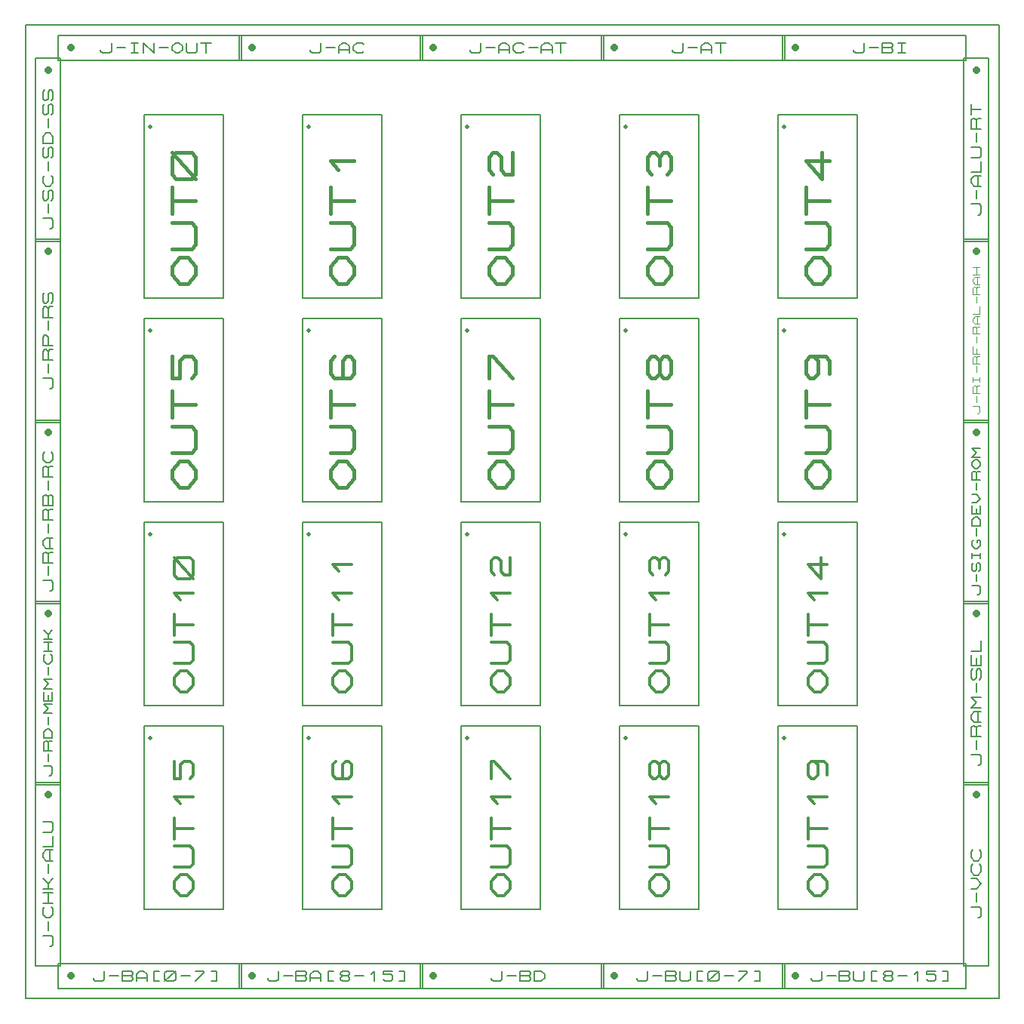
<source format=gbr>
G04 PROTEUS GERBER X2 FILE*
%TF.GenerationSoftware,Labcenter,Proteus,8.13-SP0-Build31525*%
%TF.CreationDate,2022-07-18T17:11:33+00:00*%
%TF.FileFunction,AssemblyDrawing,Top*%
%TF.FilePolarity,Positive*%
%TF.Part,Single*%
%TF.SameCoordinates,{576ea621-ad59-411c-95cb-525281b3a317}*%
%FSLAX45Y45*%
%MOMM*%
G01*
%TA.AperFunction,Profile*%
%ADD15C,0.203200*%
%TA.AperFunction,Material*%
%ADD16C,0.203200*%
%ADD20C,0.812800*%
%ADD21C,0.177800*%
%ADD22C,0.154510*%
%ADD23C,0.123610*%
%ADD24C,0.142630*%
%ADD25C,0.508000*%
%ADD26C,0.437300*%
%ADD27C,0.353270*%
%TD.AperFunction*%
D15*
X-5461000Y-5715000D02*
X+5461000Y-5715000D01*
X+5461000Y+5207000D01*
X-5461000Y+5207000D01*
X-5461000Y-5715000D01*
D16*
X-3058160Y+4815840D02*
X-1005840Y+4815840D01*
X-1005840Y+5090160D01*
X-3058160Y+5090160D01*
X-3058160Y+4815840D01*
D20*
X-2921000Y+4953000D02*
X-2921000Y+4953000D01*
D21*
X-2263140Y+4935220D02*
X-2263140Y+4917440D01*
X-2243138Y+4899660D01*
X-2163128Y+4899660D01*
X-2143125Y+4917440D01*
X-2143125Y+5006340D01*
X-2083118Y+4953000D02*
X-1983105Y+4953000D01*
X-1943100Y+4899660D02*
X-1943100Y+4970780D01*
X-1903095Y+5006340D01*
X-1863090Y+5006340D01*
X-1823085Y+4970780D01*
X-1823085Y+4899660D01*
X-1943100Y+4935220D02*
X-1823085Y+4935220D01*
X-1663065Y+4917440D02*
X-1683068Y+4899660D01*
X-1743075Y+4899660D01*
X-1783080Y+4935220D01*
X-1783080Y+4970780D01*
X-1743075Y+5006340D01*
X-1683068Y+5006340D01*
X-1663065Y+4988560D01*
D16*
X-1026160Y+4815840D02*
X+1026160Y+4815840D01*
X+1026160Y+5090160D01*
X-1026160Y+5090160D01*
X-1026160Y+4815840D01*
D20*
X-889000Y+4953000D02*
X-889000Y+4953000D01*
D21*
X-471170Y+4935220D02*
X-471170Y+4917440D01*
X-451168Y+4899660D01*
X-371158Y+4899660D01*
X-351155Y+4917440D01*
X-351155Y+5006340D01*
X-291148Y+4953000D02*
X-191135Y+4953000D01*
X-151130Y+4899660D02*
X-151130Y+4970780D01*
X-111125Y+5006340D01*
X-71120Y+5006340D01*
X-31115Y+4970780D01*
X-31115Y+4899660D01*
X-151130Y+4935220D02*
X-31115Y+4935220D01*
X+128905Y+4917440D02*
X+108902Y+4899660D01*
X+48895Y+4899660D01*
X+8890Y+4935220D01*
X+8890Y+4970780D01*
X+48895Y+5006340D01*
X+108902Y+5006340D01*
X+128905Y+4988560D01*
X+188912Y+4953000D02*
X+288925Y+4953000D01*
X+328930Y+4899660D02*
X+328930Y+4970780D01*
X+368935Y+5006340D01*
X+408940Y+5006340D01*
X+448945Y+4970780D01*
X+448945Y+4899660D01*
X+328930Y+4935220D02*
X+448945Y+4935220D01*
X+488950Y+5006340D02*
X+608965Y+5006340D01*
X+548957Y+5006340D02*
X+548957Y+4899660D01*
D16*
X+1005840Y+4815840D02*
X+3058160Y+4815840D01*
X+3058160Y+5090160D01*
X+1005840Y+5090160D01*
X+1005840Y+4815840D01*
D20*
X+1143000Y+4953000D02*
X+1143000Y+4953000D01*
D21*
X+1800860Y+4935220D02*
X+1800860Y+4917440D01*
X+1820862Y+4899660D01*
X+1900872Y+4899660D01*
X+1920875Y+4917440D01*
X+1920875Y+5006340D01*
X+1980882Y+4953000D02*
X+2080895Y+4953000D01*
X+2120900Y+4899660D02*
X+2120900Y+4970780D01*
X+2160905Y+5006340D01*
X+2200910Y+5006340D01*
X+2240915Y+4970780D01*
X+2240915Y+4899660D01*
X+2120900Y+4935220D02*
X+2240915Y+4935220D01*
X+2280920Y+5006340D02*
X+2400935Y+5006340D01*
X+2340927Y+5006340D02*
X+2340927Y+4899660D01*
D16*
X+3037840Y+4815840D02*
X+5090160Y+4815840D01*
X+5090160Y+5090160D01*
X+3037840Y+5090160D01*
X+3037840Y+4815840D01*
D20*
X+3175000Y+4953000D02*
X+3175000Y+4953000D01*
D21*
X+3832860Y+4935220D02*
X+3832860Y+4917440D01*
X+3852862Y+4899660D01*
X+3932872Y+4899660D01*
X+3952875Y+4917440D01*
X+3952875Y+5006340D01*
X+4012882Y+4953000D02*
X+4112895Y+4953000D01*
X+4152900Y+4899660D02*
X+4152900Y+5006340D01*
X+4252912Y+5006340D01*
X+4272915Y+4988560D01*
X+4272915Y+4970780D01*
X+4252912Y+4953000D01*
X+4272915Y+4935220D01*
X+4272915Y+4917440D01*
X+4252912Y+4899660D01*
X+4152900Y+4899660D01*
X+4152900Y+4953000D02*
X+4252912Y+4953000D01*
X+4332922Y+5006340D02*
X+4412932Y+5006340D01*
X+4372927Y+5006340D02*
X+4372927Y+4899660D01*
X+4332922Y+4899660D02*
X+4412932Y+4899660D01*
D16*
X-5090160Y+4815840D02*
X-3037840Y+4815840D01*
X-3037840Y+5090160D01*
X-5090160Y+5090160D01*
X-5090160Y+4815840D01*
D20*
X-4953000Y+4953000D02*
X-4953000Y+4953000D01*
D21*
X-4615180Y+4935220D02*
X-4615180Y+4917440D01*
X-4595178Y+4899660D01*
X-4515168Y+4899660D01*
X-4495165Y+4917440D01*
X-4495165Y+5006340D01*
X-4435158Y+4953000D02*
X-4335145Y+4953000D01*
X-4275138Y+5006340D02*
X-4195128Y+5006340D01*
X-4235133Y+5006340D02*
X-4235133Y+4899660D01*
X-4275138Y+4899660D02*
X-4195128Y+4899660D01*
X-4135120Y+4899660D02*
X-4135120Y+5006340D01*
X-4015105Y+4899660D01*
X-4015105Y+5006340D01*
X-3955098Y+4953000D02*
X-3855085Y+4953000D01*
X-3815080Y+4970780D02*
X-3775075Y+5006340D01*
X-3735070Y+5006340D01*
X-3695065Y+4970780D01*
X-3695065Y+4935220D01*
X-3735070Y+4899660D01*
X-3775075Y+4899660D01*
X-3815080Y+4935220D01*
X-3815080Y+4970780D01*
X-3655060Y+5006340D02*
X-3655060Y+4917440D01*
X-3635058Y+4899660D01*
X-3555048Y+4899660D01*
X-3535045Y+4917440D01*
X-3535045Y+5006340D01*
X-3495040Y+5006340D02*
X-3375025Y+5006340D01*
X-3435033Y+5006340D02*
X-3435033Y+4899660D01*
D16*
X-5090160Y-5598160D02*
X-3037840Y-5598160D01*
X-3037840Y-5323840D01*
X-5090160Y-5323840D01*
X-5090160Y-5598160D01*
D20*
X-4953000Y-5461000D02*
X-4953000Y-5461000D01*
D21*
X-4695190Y-5478780D02*
X-4695190Y-5496560D01*
X-4675188Y-5514340D01*
X-4595178Y-5514340D01*
X-4575175Y-5496560D01*
X-4575175Y-5407660D01*
X-4515168Y-5461000D02*
X-4415155Y-5461000D01*
X-4375150Y-5514340D02*
X-4375150Y-5407660D01*
X-4275138Y-5407660D01*
X-4255135Y-5425440D01*
X-4255135Y-5443220D01*
X-4275138Y-5461000D01*
X-4255135Y-5478780D01*
X-4255135Y-5496560D01*
X-4275138Y-5514340D01*
X-4375150Y-5514340D01*
X-4375150Y-5461000D02*
X-4275138Y-5461000D01*
X-4215130Y-5514340D02*
X-4215130Y-5443220D01*
X-4175125Y-5407660D01*
X-4135120Y-5407660D01*
X-4095115Y-5443220D01*
X-4095115Y-5514340D01*
X-4215130Y-5478780D02*
X-4095115Y-5478780D01*
X-3955098Y-5407660D02*
X-4015105Y-5407660D01*
X-4015105Y-5514340D01*
X-3955098Y-5514340D01*
X-3895090Y-5496560D02*
X-3895090Y-5425440D01*
X-3875088Y-5407660D01*
X-3795078Y-5407660D01*
X-3775075Y-5425440D01*
X-3775075Y-5496560D01*
X-3795078Y-5514340D01*
X-3875088Y-5514340D01*
X-3895090Y-5496560D01*
X-3895090Y-5514340D02*
X-3775075Y-5407660D01*
X-3715068Y-5461000D02*
X-3615055Y-5461000D01*
X-3555048Y-5407660D02*
X-3455035Y-5407660D01*
X-3455035Y-5425440D01*
X-3555048Y-5514340D01*
X-3375025Y-5407660D02*
X-3315018Y-5407660D01*
X-3315018Y-5514340D01*
X-3375025Y-5514340D01*
D16*
X-3058160Y-5598160D02*
X-1005840Y-5598160D01*
X-1005840Y-5323840D01*
X-3058160Y-5323840D01*
X-3058160Y-5598160D01*
D20*
X-2921000Y-5461000D02*
X-2921000Y-5461000D01*
D21*
X-2743200Y-5478780D02*
X-2743200Y-5496560D01*
X-2723198Y-5514340D01*
X-2643188Y-5514340D01*
X-2623185Y-5496560D01*
X-2623185Y-5407660D01*
X-2563178Y-5461000D02*
X-2463165Y-5461000D01*
X-2423160Y-5514340D02*
X-2423160Y-5407660D01*
X-2323148Y-5407660D01*
X-2303145Y-5425440D01*
X-2303145Y-5443220D01*
X-2323148Y-5461000D01*
X-2303145Y-5478780D01*
X-2303145Y-5496560D01*
X-2323148Y-5514340D01*
X-2423160Y-5514340D01*
X-2423160Y-5461000D02*
X-2323148Y-5461000D01*
X-2263140Y-5514340D02*
X-2263140Y-5443220D01*
X-2223135Y-5407660D01*
X-2183130Y-5407660D01*
X-2143125Y-5443220D01*
X-2143125Y-5514340D01*
X-2263140Y-5478780D02*
X-2143125Y-5478780D01*
X-2003108Y-5407660D02*
X-2063115Y-5407660D01*
X-2063115Y-5514340D01*
X-2003108Y-5514340D01*
X-1903095Y-5461000D02*
X-1923098Y-5443220D01*
X-1923098Y-5425440D01*
X-1903095Y-5407660D01*
X-1843088Y-5407660D01*
X-1823085Y-5425440D01*
X-1823085Y-5443220D01*
X-1843088Y-5461000D01*
X-1903095Y-5461000D01*
X-1923098Y-5478780D01*
X-1923098Y-5496560D01*
X-1903095Y-5514340D01*
X-1843088Y-5514340D01*
X-1823085Y-5496560D01*
X-1823085Y-5478780D01*
X-1843088Y-5461000D01*
X-1763078Y-5461000D02*
X-1663065Y-5461000D01*
X-1583055Y-5443220D02*
X-1543050Y-5407660D01*
X-1543050Y-5514340D01*
X-1343025Y-5407660D02*
X-1443038Y-5407660D01*
X-1443038Y-5443220D01*
X-1363028Y-5443220D01*
X-1343025Y-5461000D01*
X-1343025Y-5496560D01*
X-1363028Y-5514340D01*
X-1423035Y-5514340D01*
X-1443038Y-5496560D01*
X-1263015Y-5407660D02*
X-1203008Y-5407660D01*
X-1203008Y-5514340D01*
X-1263015Y-5514340D01*
D16*
X-1026160Y-5598160D02*
X+1026160Y-5598160D01*
X+1026160Y-5323840D01*
X-1026160Y-5323840D01*
X-1026160Y-5598160D01*
D20*
X-889000Y-5461000D02*
X-889000Y-5461000D01*
D21*
X-231140Y-5478780D02*
X-231140Y-5496560D01*
X-211138Y-5514340D01*
X-131128Y-5514340D01*
X-111125Y-5496560D01*
X-111125Y-5407660D01*
X-51118Y-5461000D02*
X+48895Y-5461000D01*
X+88900Y-5514340D02*
X+88900Y-5407660D01*
X+188912Y-5407660D01*
X+208915Y-5425440D01*
X+208915Y-5443220D01*
X+188912Y-5461000D01*
X+208915Y-5478780D01*
X+208915Y-5496560D01*
X+188912Y-5514340D01*
X+88900Y-5514340D01*
X+88900Y-5461000D02*
X+188912Y-5461000D01*
X+248920Y-5514340D02*
X+248920Y-5407660D01*
X+328930Y-5407660D01*
X+368935Y-5443220D01*
X+368935Y-5478780D01*
X+328930Y-5514340D01*
X+248920Y-5514340D01*
D16*
X+1005840Y-5598160D02*
X+3058160Y-5598160D01*
X+3058160Y-5323840D01*
X+1005840Y-5323840D01*
X+1005840Y-5598160D01*
D20*
X+1143000Y-5461000D02*
X+1143000Y-5461000D01*
D21*
X+1400810Y-5478780D02*
X+1400810Y-5496560D01*
X+1420812Y-5514340D01*
X+1500822Y-5514340D01*
X+1520825Y-5496560D01*
X+1520825Y-5407660D01*
X+1580832Y-5461000D02*
X+1680845Y-5461000D01*
X+1720850Y-5514340D02*
X+1720850Y-5407660D01*
X+1820862Y-5407660D01*
X+1840865Y-5425440D01*
X+1840865Y-5443220D01*
X+1820862Y-5461000D01*
X+1840865Y-5478780D01*
X+1840865Y-5496560D01*
X+1820862Y-5514340D01*
X+1720850Y-5514340D01*
X+1720850Y-5461000D02*
X+1820862Y-5461000D01*
X+1880870Y-5407660D02*
X+1880870Y-5496560D01*
X+1900872Y-5514340D01*
X+1980882Y-5514340D01*
X+2000885Y-5496560D01*
X+2000885Y-5407660D01*
X+2140902Y-5407660D02*
X+2080895Y-5407660D01*
X+2080895Y-5514340D01*
X+2140902Y-5514340D01*
X+2200910Y-5496560D02*
X+2200910Y-5425440D01*
X+2220912Y-5407660D01*
X+2300922Y-5407660D01*
X+2320925Y-5425440D01*
X+2320925Y-5496560D01*
X+2300922Y-5514340D01*
X+2220912Y-5514340D01*
X+2200910Y-5496560D01*
X+2200910Y-5514340D02*
X+2320925Y-5407660D01*
X+2380932Y-5461000D02*
X+2480945Y-5461000D01*
X+2540952Y-5407660D02*
X+2640965Y-5407660D01*
X+2640965Y-5425440D01*
X+2540952Y-5514340D01*
X+2720975Y-5407660D02*
X+2780982Y-5407660D01*
X+2780982Y-5514340D01*
X+2720975Y-5514340D01*
D16*
X+3037840Y-5598160D02*
X+5090160Y-5598160D01*
X+5090160Y-5323840D01*
X+3037840Y-5323840D01*
X+3037840Y-5598160D01*
D20*
X+3175000Y-5461000D02*
X+3175000Y-5461000D01*
D21*
X+3352800Y-5478780D02*
X+3352800Y-5496560D01*
X+3372802Y-5514340D01*
X+3452812Y-5514340D01*
X+3472815Y-5496560D01*
X+3472815Y-5407660D01*
X+3532822Y-5461000D02*
X+3632835Y-5461000D01*
X+3672840Y-5514340D02*
X+3672840Y-5407660D01*
X+3772852Y-5407660D01*
X+3792855Y-5425440D01*
X+3792855Y-5443220D01*
X+3772852Y-5461000D01*
X+3792855Y-5478780D01*
X+3792855Y-5496560D01*
X+3772852Y-5514340D01*
X+3672840Y-5514340D01*
X+3672840Y-5461000D02*
X+3772852Y-5461000D01*
X+3832860Y-5407660D02*
X+3832860Y-5496560D01*
X+3852862Y-5514340D01*
X+3932872Y-5514340D01*
X+3952875Y-5496560D01*
X+3952875Y-5407660D01*
X+4092892Y-5407660D02*
X+4032885Y-5407660D01*
X+4032885Y-5514340D01*
X+4092892Y-5514340D01*
X+4192905Y-5461000D02*
X+4172902Y-5443220D01*
X+4172902Y-5425440D01*
X+4192905Y-5407660D01*
X+4252912Y-5407660D01*
X+4272915Y-5425440D01*
X+4272915Y-5443220D01*
X+4252912Y-5461000D01*
X+4192905Y-5461000D01*
X+4172902Y-5478780D01*
X+4172902Y-5496560D01*
X+4192905Y-5514340D01*
X+4252912Y-5514340D01*
X+4272915Y-5496560D01*
X+4272915Y-5478780D01*
X+4252912Y-5461000D01*
X+4332922Y-5461000D02*
X+4432935Y-5461000D01*
X+4512945Y-5443220D02*
X+4552950Y-5407660D01*
X+4552950Y-5514340D01*
X+4752975Y-5407660D02*
X+4652962Y-5407660D01*
X+4652962Y-5443220D01*
X+4732972Y-5443220D01*
X+4752975Y-5461000D01*
X+4752975Y-5496560D01*
X+4732972Y-5514340D01*
X+4672965Y-5514340D01*
X+4652962Y-5496560D01*
X+4832985Y-5407660D02*
X+4892992Y-5407660D01*
X+4892992Y-5514340D01*
X+4832985Y-5514340D01*
D16*
X-5344160Y+2783840D02*
X-5069840Y+2783840D01*
X-5069840Y+4836160D01*
X-5344160Y+4836160D01*
X-5344160Y+2783840D01*
D20*
X-5207000Y+4699000D02*
X-5207000Y+4699000D01*
D21*
X-5189220Y+2921000D02*
X-5171440Y+2921000D01*
X-5153660Y+2941002D01*
X-5153660Y+3021012D01*
X-5171440Y+3041015D01*
X-5260340Y+3041015D01*
X-5207000Y+3101022D02*
X-5207000Y+3201035D01*
X-5171440Y+3241040D02*
X-5153660Y+3261042D01*
X-5153660Y+3341052D01*
X-5171440Y+3361055D01*
X-5189220Y+3361055D01*
X-5207000Y+3341052D01*
X-5207000Y+3261042D01*
X-5224780Y+3241040D01*
X-5242560Y+3241040D01*
X-5260340Y+3261042D01*
X-5260340Y+3341052D01*
X-5242560Y+3361055D01*
X-5171440Y+3521075D02*
X-5153660Y+3501072D01*
X-5153660Y+3441065D01*
X-5189220Y+3401060D01*
X-5224780Y+3401060D01*
X-5260340Y+3441065D01*
X-5260340Y+3501072D01*
X-5242560Y+3521075D01*
X-5207000Y+3581082D02*
X-5207000Y+3681095D01*
X-5171440Y+3721100D02*
X-5153660Y+3741102D01*
X-5153660Y+3821112D01*
X-5171440Y+3841115D01*
X-5189220Y+3841115D01*
X-5207000Y+3821112D01*
X-5207000Y+3741102D01*
X-5224780Y+3721100D01*
X-5242560Y+3721100D01*
X-5260340Y+3741102D01*
X-5260340Y+3821112D01*
X-5242560Y+3841115D01*
X-5153660Y+3881120D02*
X-5260340Y+3881120D01*
X-5260340Y+3961130D01*
X-5224780Y+4001135D01*
X-5189220Y+4001135D01*
X-5153660Y+3961130D01*
X-5153660Y+3881120D01*
X-5207000Y+4061142D02*
X-5207000Y+4161155D01*
X-5171440Y+4201160D02*
X-5153660Y+4221162D01*
X-5153660Y+4301172D01*
X-5171440Y+4321175D01*
X-5189220Y+4321175D01*
X-5207000Y+4301172D01*
X-5207000Y+4221162D01*
X-5224780Y+4201160D01*
X-5242560Y+4201160D01*
X-5260340Y+4221162D01*
X-5260340Y+4301172D01*
X-5242560Y+4321175D01*
X-5171440Y+4361180D02*
X-5153660Y+4381182D01*
X-5153660Y+4461192D01*
X-5171440Y+4481195D01*
X-5189220Y+4481195D01*
X-5207000Y+4461192D01*
X-5207000Y+4381182D01*
X-5224780Y+4361180D01*
X-5242560Y+4361180D01*
X-5260340Y+4381182D01*
X-5260340Y+4461192D01*
X-5242560Y+4481195D01*
D16*
X-5344160Y+751840D02*
X-5069840Y+751840D01*
X-5069840Y+2804160D01*
X-5344160Y+2804160D01*
X-5344160Y+751840D01*
D20*
X-5207000Y+2667000D02*
X-5207000Y+2667000D01*
D21*
X-5189220Y+1129030D02*
X-5171440Y+1129030D01*
X-5153660Y+1149032D01*
X-5153660Y+1229042D01*
X-5171440Y+1249045D01*
X-5260340Y+1249045D01*
X-5207000Y+1309052D02*
X-5207000Y+1409065D01*
X-5153660Y+1449070D02*
X-5260340Y+1449070D01*
X-5260340Y+1549082D01*
X-5242560Y+1569085D01*
X-5224780Y+1569085D01*
X-5207000Y+1549082D01*
X-5207000Y+1449070D01*
X-5207000Y+1549082D02*
X-5189220Y+1569085D01*
X-5153660Y+1569085D01*
X-5153660Y+1609090D02*
X-5260340Y+1609090D01*
X-5260340Y+1709102D01*
X-5242560Y+1729105D01*
X-5224780Y+1729105D01*
X-5207000Y+1709102D01*
X-5207000Y+1609090D01*
X-5207000Y+1789112D02*
X-5207000Y+1889125D01*
X-5153660Y+1929130D02*
X-5260340Y+1929130D01*
X-5260340Y+2029142D01*
X-5242560Y+2049145D01*
X-5224780Y+2049145D01*
X-5207000Y+2029142D01*
X-5207000Y+1929130D01*
X-5207000Y+2029142D02*
X-5189220Y+2049145D01*
X-5153660Y+2049145D01*
X-5171440Y+2089150D02*
X-5153660Y+2109152D01*
X-5153660Y+2189162D01*
X-5171440Y+2209165D01*
X-5189220Y+2209165D01*
X-5207000Y+2189162D01*
X-5207000Y+2109152D01*
X-5224780Y+2089150D01*
X-5242560Y+2089150D01*
X-5260340Y+2109152D01*
X-5260340Y+2189162D01*
X-5242560Y+2209165D01*
D16*
X-5344160Y-1280160D02*
X-5069840Y-1280160D01*
X-5069840Y+772160D01*
X-5344160Y+772160D01*
X-5344160Y-1280160D01*
D20*
X-5207000Y+635000D02*
X-5207000Y+635000D01*
D21*
X-5189220Y-1143000D02*
X-5171440Y-1143000D01*
X-5153660Y-1122998D01*
X-5153660Y-1042988D01*
X-5171440Y-1022985D01*
X-5260340Y-1022985D01*
X-5207000Y-962978D02*
X-5207000Y-862965D01*
X-5153660Y-822960D02*
X-5260340Y-822960D01*
X-5260340Y-722948D01*
X-5242560Y-702945D01*
X-5224780Y-702945D01*
X-5207000Y-722948D01*
X-5207000Y-822960D01*
X-5207000Y-722948D02*
X-5189220Y-702945D01*
X-5153660Y-702945D01*
X-5153660Y-662940D02*
X-5224780Y-662940D01*
X-5260340Y-622935D01*
X-5260340Y-582930D01*
X-5224780Y-542925D01*
X-5153660Y-542925D01*
X-5189220Y-662940D02*
X-5189220Y-542925D01*
X-5207000Y-482918D02*
X-5207000Y-382905D01*
X-5153660Y-342900D02*
X-5260340Y-342900D01*
X-5260340Y-242888D01*
X-5242560Y-222885D01*
X-5224780Y-222885D01*
X-5207000Y-242888D01*
X-5207000Y-342900D01*
X-5207000Y-242888D02*
X-5189220Y-222885D01*
X-5153660Y-222885D01*
X-5153660Y-182880D02*
X-5260340Y-182880D01*
X-5260340Y-82868D01*
X-5242560Y-62865D01*
X-5224780Y-62865D01*
X-5207000Y-82868D01*
X-5189220Y-62865D01*
X-5171440Y-62865D01*
X-5153660Y-82868D01*
X-5153660Y-182880D01*
X-5207000Y-182880D02*
X-5207000Y-82868D01*
X-5207000Y-2858D02*
X-5207000Y+97155D01*
X-5153660Y+137160D02*
X-5260340Y+137160D01*
X-5260340Y+237172D01*
X-5242560Y+257175D01*
X-5224780Y+257175D01*
X-5207000Y+237172D01*
X-5207000Y+137160D01*
X-5207000Y+237172D02*
X-5189220Y+257175D01*
X-5153660Y+257175D01*
X-5171440Y+417195D02*
X-5153660Y+397192D01*
X-5153660Y+337185D01*
X-5189220Y+297180D01*
X-5224780Y+297180D01*
X-5260340Y+337185D01*
X-5260340Y+397192D01*
X-5242560Y+417195D01*
D16*
X-5344160Y-3312160D02*
X-5069840Y-3312160D01*
X-5069840Y-1259840D01*
X-5344160Y-1259840D01*
X-5344160Y-3312160D01*
D20*
X-5207000Y-1397000D02*
X-5207000Y-1397000D01*
D22*
X-5191548Y-3209284D02*
X-5176096Y-3209284D01*
X-5160645Y-3191901D01*
X-5160645Y-3122369D01*
X-5176096Y-3104986D01*
X-5253354Y-3104986D01*
X-5207000Y-3052837D02*
X-5207000Y-2965922D01*
X-5160645Y-2931156D02*
X-5253354Y-2931156D01*
X-5253354Y-2844241D01*
X-5237903Y-2826858D01*
X-5222451Y-2826858D01*
X-5207000Y-2844241D01*
X-5207000Y-2931156D01*
X-5207000Y-2844241D02*
X-5191548Y-2826858D01*
X-5160645Y-2826858D01*
X-5160645Y-2792092D02*
X-5253354Y-2792092D01*
X-5253354Y-2722560D01*
X-5222451Y-2687794D01*
X-5191548Y-2687794D01*
X-5160645Y-2722560D01*
X-5160645Y-2792092D01*
X-5207000Y-2635645D02*
X-5207000Y-2548730D01*
X-5160645Y-2513964D02*
X-5253354Y-2513964D01*
X-5207000Y-2461815D01*
X-5253354Y-2409666D01*
X-5160645Y-2409666D01*
X-5160645Y-2270602D02*
X-5160645Y-2374900D01*
X-5253354Y-2374900D01*
X-5253354Y-2270602D01*
X-5207000Y-2374900D02*
X-5207000Y-2305368D01*
X-5160645Y-2235836D02*
X-5253354Y-2235836D01*
X-5207000Y-2183687D01*
X-5253354Y-2131538D01*
X-5160645Y-2131538D01*
X-5207000Y-2079389D02*
X-5207000Y-1992474D01*
X-5176096Y-1853410D02*
X-5160645Y-1870793D01*
X-5160645Y-1922942D01*
X-5191548Y-1957708D01*
X-5222451Y-1957708D01*
X-5253354Y-1922942D01*
X-5253354Y-1870793D01*
X-5237903Y-1853410D01*
X-5160645Y-1818644D02*
X-5253354Y-1818644D01*
X-5253354Y-1714346D02*
X-5160645Y-1714346D01*
X-5207000Y-1818644D02*
X-5207000Y-1714346D01*
X-5253354Y-1679580D02*
X-5160645Y-1679580D01*
X-5253354Y-1575282D02*
X-5207000Y-1627431D01*
X-5160645Y-1575282D01*
X-5207000Y-1679580D02*
X-5207000Y-1627431D01*
D16*
X-5344160Y-5344160D02*
X-5069840Y-5344160D01*
X-5069840Y-3291840D01*
X-5344160Y-3291840D01*
X-5344160Y-5344160D01*
D20*
X-5207000Y-3429000D02*
X-5207000Y-3429000D01*
D21*
X-5189220Y-5126990D02*
X-5171440Y-5126990D01*
X-5153660Y-5106988D01*
X-5153660Y-5026978D01*
X-5171440Y-5006975D01*
X-5260340Y-5006975D01*
X-5207000Y-4946968D02*
X-5207000Y-4846955D01*
X-5171440Y-4686935D02*
X-5153660Y-4706938D01*
X-5153660Y-4766945D01*
X-5189220Y-4806950D01*
X-5224780Y-4806950D01*
X-5260340Y-4766945D01*
X-5260340Y-4706938D01*
X-5242560Y-4686935D01*
X-5153660Y-4646930D02*
X-5260340Y-4646930D01*
X-5260340Y-4526915D02*
X-5153660Y-4526915D01*
X-5207000Y-4646930D02*
X-5207000Y-4526915D01*
X-5260340Y-4486910D02*
X-5153660Y-4486910D01*
X-5260340Y-4366895D02*
X-5207000Y-4426903D01*
X-5153660Y-4366895D01*
X-5207000Y-4486910D02*
X-5207000Y-4426903D01*
X-5207000Y-4306888D02*
X-5207000Y-4206875D01*
X-5153660Y-4166870D02*
X-5224780Y-4166870D01*
X-5260340Y-4126865D01*
X-5260340Y-4086860D01*
X-5224780Y-4046855D01*
X-5153660Y-4046855D01*
X-5189220Y-4166870D02*
X-5189220Y-4046855D01*
X-5260340Y-4006850D02*
X-5153660Y-4006850D01*
X-5153660Y-3886835D01*
X-5260340Y-3846830D02*
X-5171440Y-3846830D01*
X-5153660Y-3826828D01*
X-5153660Y-3746818D01*
X-5171440Y-3726815D01*
X-5260340Y-3726815D01*
D16*
X+5069840Y+2783840D02*
X+5344160Y+2783840D01*
X+5344160Y+4836160D01*
X+5069840Y+4836160D01*
X+5069840Y+2783840D01*
D20*
X+5207000Y+4699000D02*
X+5207000Y+4699000D01*
D21*
X+5224780Y+3081020D02*
X+5242560Y+3081020D01*
X+5260340Y+3101022D01*
X+5260340Y+3181032D01*
X+5242560Y+3201035D01*
X+5153660Y+3201035D01*
X+5207000Y+3261042D02*
X+5207000Y+3361055D01*
X+5260340Y+3401060D02*
X+5189220Y+3401060D01*
X+5153660Y+3441065D01*
X+5153660Y+3481070D01*
X+5189220Y+3521075D01*
X+5260340Y+3521075D01*
X+5224780Y+3401060D02*
X+5224780Y+3521075D01*
X+5153660Y+3561080D02*
X+5260340Y+3561080D01*
X+5260340Y+3681095D01*
X+5153660Y+3721100D02*
X+5242560Y+3721100D01*
X+5260340Y+3741102D01*
X+5260340Y+3821112D01*
X+5242560Y+3841115D01*
X+5153660Y+3841115D01*
X+5207000Y+3901122D02*
X+5207000Y+4001135D01*
X+5260340Y+4041140D02*
X+5153660Y+4041140D01*
X+5153660Y+4141152D01*
X+5171440Y+4161155D01*
X+5189220Y+4161155D01*
X+5207000Y+4141152D01*
X+5207000Y+4041140D01*
X+5207000Y+4141152D02*
X+5224780Y+4161155D01*
X+5260340Y+4161155D01*
X+5153660Y+4201160D02*
X+5153660Y+4321175D01*
X+5153660Y+4261167D02*
X+5260340Y+4261167D01*
D16*
X+5069840Y+751840D02*
X+5344160Y+751840D01*
X+5344160Y+2804160D01*
X+5069840Y+2804160D01*
X+5069840Y+751840D01*
D20*
X+5207000Y+2667000D02*
X+5207000Y+2667000D01*
D23*
X+5219361Y+854718D02*
X+5231723Y+854718D01*
X+5244084Y+868624D01*
X+5244084Y+924249D01*
X+5231723Y+938156D01*
X+5169916Y+938156D01*
X+5207000Y+979875D02*
X+5207000Y+1049407D01*
X+5244084Y+1077220D02*
X+5169916Y+1077220D01*
X+5169916Y+1146751D01*
X+5182277Y+1160658D01*
X+5194639Y+1160658D01*
X+5207000Y+1146751D01*
X+5207000Y+1077220D01*
X+5207000Y+1146751D02*
X+5219361Y+1160658D01*
X+5244084Y+1160658D01*
X+5169916Y+1202377D02*
X+5169916Y+1258002D01*
X+5169916Y+1230190D02*
X+5244084Y+1230190D01*
X+5244084Y+1202377D02*
X+5244084Y+1258002D01*
X+5207000Y+1313628D02*
X+5207000Y+1383160D01*
X+5244084Y+1410973D02*
X+5169916Y+1410973D01*
X+5169916Y+1480504D01*
X+5182277Y+1494411D01*
X+5194639Y+1494411D01*
X+5207000Y+1480504D01*
X+5207000Y+1410973D01*
X+5207000Y+1480504D02*
X+5219361Y+1494411D01*
X+5244084Y+1494411D01*
X+5244084Y+1522224D02*
X+5169916Y+1522224D01*
X+5169916Y+1605662D01*
X+5207000Y+1522224D02*
X+5207000Y+1577849D01*
X+5207000Y+1647381D02*
X+5207000Y+1716913D01*
X+5244084Y+1744726D02*
X+5169916Y+1744726D01*
X+5169916Y+1814257D01*
X+5182277Y+1828164D01*
X+5194639Y+1828164D01*
X+5207000Y+1814257D01*
X+5207000Y+1744726D01*
X+5207000Y+1814257D02*
X+5219361Y+1828164D01*
X+5244084Y+1828164D01*
X+5244084Y+1855977D02*
X+5194639Y+1855977D01*
X+5169916Y+1883789D01*
X+5169916Y+1911602D01*
X+5194639Y+1939415D01*
X+5244084Y+1939415D01*
X+5219361Y+1855977D02*
X+5219361Y+1939415D01*
X+5169916Y+1967228D02*
X+5244084Y+1967228D01*
X+5244084Y+2050666D01*
X+5207000Y+2092385D02*
X+5207000Y+2161917D01*
X+5244084Y+2189730D02*
X+5169916Y+2189730D01*
X+5169916Y+2259261D01*
X+5182277Y+2273168D01*
X+5194639Y+2273168D01*
X+5207000Y+2259261D01*
X+5207000Y+2189730D01*
X+5207000Y+2259261D02*
X+5219361Y+2273168D01*
X+5244084Y+2273168D01*
X+5244084Y+2300981D02*
X+5194639Y+2300981D01*
X+5169916Y+2328793D01*
X+5169916Y+2356606D01*
X+5194639Y+2384419D01*
X+5244084Y+2384419D01*
X+5219361Y+2300981D02*
X+5219361Y+2384419D01*
X+5244084Y+2412232D02*
X+5169916Y+2412232D01*
X+5169916Y+2495670D02*
X+5244084Y+2495670D01*
X+5207000Y+2412232D02*
X+5207000Y+2495670D01*
D16*
X+5069840Y-1280160D02*
X+5344160Y-1280160D01*
X+5344160Y+772160D01*
X+5069840Y+772160D01*
X+5069840Y-1280160D01*
D20*
X+5207000Y+635000D02*
X+5207000Y+635000D01*
D24*
X+5221263Y-1177285D02*
X+5235526Y-1177285D01*
X+5249789Y-1161240D01*
X+5249789Y-1097056D01*
X+5235526Y-1081010D01*
X+5164211Y-1081010D01*
X+5207000Y-1032873D02*
X+5207000Y-952643D01*
X+5235526Y-920551D02*
X+5249789Y-904506D01*
X+5249789Y-840322D01*
X+5235526Y-824276D01*
X+5221263Y-824276D01*
X+5207000Y-840322D01*
X+5207000Y-904506D01*
X+5192737Y-920551D01*
X+5178474Y-920551D01*
X+5164211Y-904506D01*
X+5164211Y-840322D01*
X+5178474Y-824276D01*
X+5164211Y-776139D02*
X+5164211Y-711955D01*
X+5164211Y-744047D02*
X+5249789Y-744047D01*
X+5249789Y-776139D02*
X+5249789Y-711955D01*
X+5221263Y-599634D02*
X+5221263Y-567542D01*
X+5249789Y-567542D01*
X+5249789Y-631726D01*
X+5221263Y-663817D01*
X+5192737Y-663817D01*
X+5164211Y-631726D01*
X+5164211Y-583588D01*
X+5178474Y-567542D01*
X+5207000Y-519405D02*
X+5207000Y-439175D01*
X+5249789Y-407083D02*
X+5164211Y-407083D01*
X+5164211Y-342900D01*
X+5192737Y-310808D01*
X+5221263Y-310808D01*
X+5249789Y-342900D01*
X+5249789Y-407083D01*
X+5249789Y-182441D02*
X+5249789Y-278716D01*
X+5164211Y-278716D01*
X+5164211Y-182441D01*
X+5207000Y-278716D02*
X+5207000Y-214533D01*
X+5164211Y-150349D02*
X+5207000Y-150349D01*
X+5249789Y-102212D01*
X+5207000Y-54074D01*
X+5164211Y-54074D01*
X+5207000Y-5937D02*
X+5207000Y+74293D01*
X+5249789Y+106385D02*
X+5164211Y+106385D01*
X+5164211Y+186614D01*
X+5178474Y+202660D01*
X+5192737Y+202660D01*
X+5207000Y+186614D01*
X+5207000Y+106385D01*
X+5207000Y+186614D02*
X+5221263Y+202660D01*
X+5249789Y+202660D01*
X+5192737Y+234752D02*
X+5164211Y+266843D01*
X+5164211Y+298935D01*
X+5192737Y+331027D01*
X+5221263Y+331027D01*
X+5249789Y+298935D01*
X+5249789Y+266843D01*
X+5221263Y+234752D01*
X+5192737Y+234752D01*
X+5249789Y+363119D02*
X+5164211Y+363119D01*
X+5207000Y+411256D01*
X+5164211Y+459394D01*
X+5249789Y+459394D01*
D16*
X+5069840Y-3312160D02*
X+5344160Y-3312160D01*
X+5344160Y-1259840D01*
X+5069840Y-1259840D01*
X+5069840Y-3312160D01*
D20*
X+5207000Y-1397000D02*
X+5207000Y-1397000D01*
D21*
X+5224780Y-3094990D02*
X+5242560Y-3094990D01*
X+5260340Y-3074988D01*
X+5260340Y-2994978D01*
X+5242560Y-2974975D01*
X+5153660Y-2974975D01*
X+5207000Y-2914968D02*
X+5207000Y-2814955D01*
X+5260340Y-2774950D02*
X+5153660Y-2774950D01*
X+5153660Y-2674938D01*
X+5171440Y-2654935D01*
X+5189220Y-2654935D01*
X+5207000Y-2674938D01*
X+5207000Y-2774950D01*
X+5207000Y-2674938D02*
X+5224780Y-2654935D01*
X+5260340Y-2654935D01*
X+5260340Y-2614930D02*
X+5189220Y-2614930D01*
X+5153660Y-2574925D01*
X+5153660Y-2534920D01*
X+5189220Y-2494915D01*
X+5260340Y-2494915D01*
X+5224780Y-2614930D02*
X+5224780Y-2494915D01*
X+5260340Y-2454910D02*
X+5153660Y-2454910D01*
X+5207000Y-2394903D01*
X+5153660Y-2334895D01*
X+5260340Y-2334895D01*
X+5207000Y-2274888D02*
X+5207000Y-2174875D01*
X+5242560Y-2134870D02*
X+5260340Y-2114868D01*
X+5260340Y-2034858D01*
X+5242560Y-2014855D01*
X+5224780Y-2014855D01*
X+5207000Y-2034858D01*
X+5207000Y-2114868D01*
X+5189220Y-2134870D01*
X+5171440Y-2134870D01*
X+5153660Y-2114868D01*
X+5153660Y-2034858D01*
X+5171440Y-2014855D01*
X+5260340Y-1854835D02*
X+5260340Y-1974850D01*
X+5153660Y-1974850D01*
X+5153660Y-1854835D01*
X+5207000Y-1974850D02*
X+5207000Y-1894840D01*
X+5153660Y-1814830D02*
X+5260340Y-1814830D01*
X+5260340Y-1694815D01*
D16*
X+5069840Y-5344160D02*
X+5344160Y-5344160D01*
X+5344160Y-3291840D01*
X+5069840Y-3291840D01*
X+5069840Y-5344160D01*
D20*
X+5207000Y-3429000D02*
X+5207000Y-3429000D01*
D21*
X+5224780Y-4806950D02*
X+5242560Y-4806950D01*
X+5260340Y-4786948D01*
X+5260340Y-4706938D01*
X+5242560Y-4686935D01*
X+5153660Y-4686935D01*
X+5207000Y-4626928D02*
X+5207000Y-4526915D01*
X+5153660Y-4486910D02*
X+5207000Y-4486910D01*
X+5260340Y-4426903D01*
X+5207000Y-4366895D01*
X+5153660Y-4366895D01*
X+5242560Y-4206875D02*
X+5260340Y-4226878D01*
X+5260340Y-4286885D01*
X+5224780Y-4326890D01*
X+5189220Y-4326890D01*
X+5153660Y-4286885D01*
X+5153660Y-4226878D01*
X+5171440Y-4206875D01*
X+5242560Y-4046855D02*
X+5260340Y-4066858D01*
X+5260340Y-4126865D01*
X+5224780Y-4166870D01*
X+5189220Y-4166870D01*
X+5153660Y-4126865D01*
X+5153660Y-4066858D01*
X+5171440Y-4046855D01*
D16*
X-4127500Y+2148840D02*
X-3238500Y+2148840D01*
X-3238500Y+4201160D01*
X-4127500Y+4201160D01*
X-4127500Y+2148840D01*
D25*
X-4064000Y+4064000D02*
X-4064000Y+4064000D01*
D26*
X-3726730Y+2306576D02*
X-3814191Y+2404969D01*
X-3814191Y+2503362D01*
X-3726730Y+2601755D01*
X-3639270Y+2601755D01*
X-3551809Y+2503362D01*
X-3551809Y+2404969D01*
X-3639270Y+2306576D01*
X-3726730Y+2306576D01*
X-3814191Y+2700148D02*
X-3595539Y+2700148D01*
X-3551809Y+2749344D01*
X-3551809Y+2946130D01*
X-3595539Y+2995327D01*
X-3814191Y+2995327D01*
X-3814191Y+3093720D02*
X-3814191Y+3388899D01*
X-3814191Y+3241309D02*
X-3551809Y+3241309D01*
X-3595539Y+3487292D02*
X-3770461Y+3487292D01*
X-3814191Y+3536488D01*
X-3814191Y+3733274D01*
X-3770461Y+3782471D01*
X-3595539Y+3782471D01*
X-3551809Y+3733274D01*
X-3551809Y+3536488D01*
X-3595539Y+3487292D01*
X-3551809Y+3487292D02*
X-3814191Y+3782471D01*
D16*
X-2349500Y+2148840D02*
X-1460500Y+2148840D01*
X-1460500Y+4201160D01*
X-2349500Y+4201160D01*
X-2349500Y+2148840D01*
D25*
X-2286000Y+4064000D02*
X-2286000Y+4064000D01*
D26*
X-1948730Y+2306576D02*
X-2036191Y+2404969D01*
X-2036191Y+2503362D01*
X-1948730Y+2601755D01*
X-1861270Y+2601755D01*
X-1773809Y+2503362D01*
X-1773809Y+2404969D01*
X-1861270Y+2306576D01*
X-1948730Y+2306576D01*
X-2036191Y+2700148D02*
X-1817539Y+2700148D01*
X-1773809Y+2749344D01*
X-1773809Y+2946130D01*
X-1817539Y+2995327D01*
X-2036191Y+2995327D01*
X-2036191Y+3093720D02*
X-2036191Y+3388899D01*
X-2036191Y+3241309D02*
X-1773809Y+3241309D01*
X-1948730Y+3585685D02*
X-2036191Y+3684078D01*
X-1773809Y+3684078D01*
D16*
X-571500Y+2148840D02*
X+317500Y+2148840D01*
X+317500Y+4201160D01*
X-571500Y+4201160D01*
X-571500Y+2148840D01*
D25*
X-508000Y+4064000D02*
X-508000Y+4064000D01*
D26*
X-170730Y+2306576D02*
X-258191Y+2404969D01*
X-258191Y+2503362D01*
X-170730Y+2601755D01*
X-83270Y+2601755D01*
X+4191Y+2503362D01*
X+4191Y+2404969D01*
X-83270Y+2306576D01*
X-170730Y+2306576D01*
X-258191Y+2700148D02*
X-39539Y+2700148D01*
X+4191Y+2749344D01*
X+4191Y+2946130D01*
X-39539Y+2995327D01*
X-258191Y+2995327D01*
X-258191Y+3093720D02*
X-258191Y+3388899D01*
X-258191Y+3241309D02*
X+4191Y+3241309D01*
X-214461Y+3536488D02*
X-258191Y+3585685D01*
X-258191Y+3733274D01*
X-214461Y+3782471D01*
X-170730Y+3782471D01*
X-127000Y+3733274D01*
X-127000Y+3585685D01*
X-83270Y+3536488D01*
X+4191Y+3536488D01*
X+4191Y+3782471D01*
D16*
X+1206500Y+2148840D02*
X+2095500Y+2148840D01*
X+2095500Y+4201160D01*
X+1206500Y+4201160D01*
X+1206500Y+2148840D01*
D25*
X+1270000Y+4064000D02*
X+1270000Y+4064000D01*
D26*
X+1607270Y+2306576D02*
X+1519809Y+2404969D01*
X+1519809Y+2503362D01*
X+1607270Y+2601755D01*
X+1694730Y+2601755D01*
X+1782191Y+2503362D01*
X+1782191Y+2404969D01*
X+1694730Y+2306576D01*
X+1607270Y+2306576D01*
X+1519809Y+2700148D02*
X+1738461Y+2700148D01*
X+1782191Y+2749344D01*
X+1782191Y+2946130D01*
X+1738461Y+2995327D01*
X+1519809Y+2995327D01*
X+1519809Y+3093720D02*
X+1519809Y+3388899D01*
X+1519809Y+3241309D02*
X+1782191Y+3241309D01*
X+1563539Y+3536488D02*
X+1519809Y+3585685D01*
X+1519809Y+3733274D01*
X+1563539Y+3782471D01*
X+1607270Y+3782471D01*
X+1651000Y+3733274D01*
X+1694730Y+3782471D01*
X+1738461Y+3782471D01*
X+1782191Y+3733274D01*
X+1782191Y+3585685D01*
X+1738461Y+3536488D01*
X+1651000Y+3634881D02*
X+1651000Y+3733274D01*
D16*
X-4127500Y-137160D02*
X-3238500Y-137160D01*
X-3238500Y+1915160D01*
X-4127500Y+1915160D01*
X-4127500Y-137160D01*
D25*
X-4064000Y+1778000D02*
X-4064000Y+1778000D01*
D26*
X-3726730Y+20576D02*
X-3814191Y+118969D01*
X-3814191Y+217362D01*
X-3726730Y+315755D01*
X-3639270Y+315755D01*
X-3551809Y+217362D01*
X-3551809Y+118969D01*
X-3639270Y+20576D01*
X-3726730Y+20576D01*
X-3814191Y+414148D02*
X-3595539Y+414148D01*
X-3551809Y+463344D01*
X-3551809Y+660130D01*
X-3595539Y+709327D01*
X-3814191Y+709327D01*
X-3814191Y+807720D02*
X-3814191Y+1102899D01*
X-3814191Y+955309D02*
X-3551809Y+955309D01*
X-3814191Y+1496471D02*
X-3814191Y+1250488D01*
X-3726730Y+1250488D01*
X-3726730Y+1447274D01*
X-3683000Y+1496471D01*
X-3595539Y+1496471D01*
X-3551809Y+1447274D01*
X-3551809Y+1299685D01*
X-3595539Y+1250488D01*
D16*
X-2349500Y-137160D02*
X-1460500Y-137160D01*
X-1460500Y+1915160D01*
X-2349500Y+1915160D01*
X-2349500Y-137160D01*
D25*
X-2286000Y+1778000D02*
X-2286000Y+1778000D01*
D26*
X-1948730Y+20576D02*
X-2036191Y+118969D01*
X-2036191Y+217362D01*
X-1948730Y+315755D01*
X-1861270Y+315755D01*
X-1773809Y+217362D01*
X-1773809Y+118969D01*
X-1861270Y+20576D01*
X-1948730Y+20576D01*
X-2036191Y+414148D02*
X-1817539Y+414148D01*
X-1773809Y+463344D01*
X-1773809Y+660130D01*
X-1817539Y+709327D01*
X-2036191Y+709327D01*
X-2036191Y+807720D02*
X-2036191Y+1102899D01*
X-2036191Y+955309D02*
X-1773809Y+955309D01*
X-1992461Y+1496471D02*
X-2036191Y+1447274D01*
X-2036191Y+1299685D01*
X-1992461Y+1250488D01*
X-1817539Y+1250488D01*
X-1773809Y+1299685D01*
X-1773809Y+1447274D01*
X-1817539Y+1496471D01*
X-1861270Y+1496471D01*
X-1905000Y+1447274D01*
X-1905000Y+1250488D01*
D16*
X-571500Y-137160D02*
X+317500Y-137160D01*
X+317500Y+1915160D01*
X-571500Y+1915160D01*
X-571500Y-137160D01*
D25*
X-508000Y+1778000D02*
X-508000Y+1778000D01*
D26*
X-170730Y+20576D02*
X-258191Y+118969D01*
X-258191Y+217362D01*
X-170730Y+315755D01*
X-83270Y+315755D01*
X+4191Y+217362D01*
X+4191Y+118969D01*
X-83270Y+20576D01*
X-170730Y+20576D01*
X-258191Y+414148D02*
X-39539Y+414148D01*
X+4191Y+463344D01*
X+4191Y+660130D01*
X-39539Y+709327D01*
X-258191Y+709327D01*
X-258191Y+807720D02*
X-258191Y+1102899D01*
X-258191Y+955309D02*
X+4191Y+955309D01*
X-258191Y+1250488D02*
X-258191Y+1496471D01*
X-214461Y+1496471D01*
X+4191Y+1250488D01*
D16*
X+2984500Y-137160D02*
X+3873500Y-137160D01*
X+3873500Y+1915160D01*
X+2984500Y+1915160D01*
X+2984500Y-137160D01*
D25*
X+3048000Y+1778000D02*
X+3048000Y+1778000D01*
D26*
X+3385270Y+20576D02*
X+3297809Y+118969D01*
X+3297809Y+217362D01*
X+3385270Y+315755D01*
X+3472730Y+315755D01*
X+3560191Y+217362D01*
X+3560191Y+118969D01*
X+3472730Y+20576D01*
X+3385270Y+20576D01*
X+3297809Y+414148D02*
X+3516461Y+414148D01*
X+3560191Y+463344D01*
X+3560191Y+660130D01*
X+3516461Y+709327D01*
X+3297809Y+709327D01*
X+3297809Y+807720D02*
X+3297809Y+1102899D01*
X+3297809Y+955309D02*
X+3560191Y+955309D01*
X+3385270Y+1496471D02*
X+3429000Y+1447274D01*
X+3429000Y+1299685D01*
X+3385270Y+1250488D01*
X+3341539Y+1250488D01*
X+3297809Y+1299685D01*
X+3297809Y+1447274D01*
X+3341539Y+1496471D01*
X+3516461Y+1496471D01*
X+3560191Y+1447274D01*
X+3560191Y+1299685D01*
D16*
X-4127500Y-2423160D02*
X-3238500Y-2423160D01*
X-3238500Y-370840D01*
X-4127500Y-370840D01*
X-4127500Y-2423160D01*
D25*
X-4064000Y-508000D02*
X-4064000Y-508000D01*
D27*
X-3718327Y-2273155D02*
X-3788983Y-2193668D01*
X-3788983Y-2114180D01*
X-3718327Y-2034693D01*
X-3647672Y-2034693D01*
X-3577016Y-2114180D01*
X-3577016Y-2193668D01*
X-3647672Y-2273155D01*
X-3718327Y-2273155D01*
X-3788983Y-1955205D02*
X-3612344Y-1955205D01*
X-3577016Y-1915462D01*
X-3577016Y-1756487D01*
X-3612344Y-1716743D01*
X-3788983Y-1716743D01*
X-3788983Y-1637255D02*
X-3788983Y-1398793D01*
X-3788983Y-1518024D02*
X-3577016Y-1518024D01*
X-3718327Y-1239818D02*
X-3788983Y-1160330D01*
X-3577016Y-1160330D01*
X-3612344Y-1001355D02*
X-3753655Y-1001355D01*
X-3788983Y-961612D01*
X-3788983Y-802637D01*
X-3753655Y-762893D01*
X-3612344Y-762893D01*
X-3577016Y-802637D01*
X-3577016Y-961612D01*
X-3612344Y-1001355D01*
X-3577016Y-1001355D02*
X-3788983Y-762893D01*
D16*
X-2349500Y-2423160D02*
X-1460500Y-2423160D01*
X-1460500Y-370840D01*
X-2349500Y-370840D01*
X-2349500Y-2423160D01*
D25*
X-2286000Y-508000D02*
X-2286000Y-508000D01*
D27*
X-1940327Y-2273155D02*
X-2010983Y-2193668D01*
X-2010983Y-2114180D01*
X-1940327Y-2034693D01*
X-1869672Y-2034693D01*
X-1799016Y-2114180D01*
X-1799016Y-2193668D01*
X-1869672Y-2273155D01*
X-1940327Y-2273155D01*
X-2010983Y-1955205D02*
X-1834344Y-1955205D01*
X-1799016Y-1915462D01*
X-1799016Y-1756487D01*
X-1834344Y-1716743D01*
X-2010983Y-1716743D01*
X-2010983Y-1637255D02*
X-2010983Y-1398793D01*
X-2010983Y-1518024D02*
X-1799016Y-1518024D01*
X-1940327Y-1239818D02*
X-2010983Y-1160330D01*
X-1799016Y-1160330D01*
X-1940327Y-921868D02*
X-2010983Y-842380D01*
X-1799016Y-842380D01*
D16*
X+1206500Y-2423160D02*
X+2095500Y-2423160D01*
X+2095500Y-370840D01*
X+1206500Y-370840D01*
X+1206500Y-2423160D01*
D25*
X+1270000Y-508000D02*
X+1270000Y-508000D01*
D27*
X+1615673Y-2273155D02*
X+1545017Y-2193668D01*
X+1545017Y-2114180D01*
X+1615673Y-2034693D01*
X+1686328Y-2034693D01*
X+1756984Y-2114180D01*
X+1756984Y-2193668D01*
X+1686328Y-2273155D01*
X+1615673Y-2273155D01*
X+1545017Y-1955205D02*
X+1721656Y-1955205D01*
X+1756984Y-1915462D01*
X+1756984Y-1756487D01*
X+1721656Y-1716743D01*
X+1545017Y-1716743D01*
X+1545017Y-1637255D02*
X+1545017Y-1398793D01*
X+1545017Y-1518024D02*
X+1756984Y-1518024D01*
X+1615673Y-1239818D02*
X+1545017Y-1160330D01*
X+1756984Y-1160330D01*
X+1580345Y-961612D02*
X+1545017Y-921868D01*
X+1545017Y-802637D01*
X+1580345Y-762893D01*
X+1615673Y-762893D01*
X+1651000Y-802637D01*
X+1686328Y-762893D01*
X+1721656Y-762893D01*
X+1756984Y-802637D01*
X+1756984Y-921868D01*
X+1721656Y-961612D01*
X+1651000Y-882124D02*
X+1651000Y-802637D01*
D16*
X+2984500Y-2423160D02*
X+3873500Y-2423160D01*
X+3873500Y-370840D01*
X+2984500Y-370840D01*
X+2984500Y-2423160D01*
D25*
X+3048000Y-508000D02*
X+3048000Y-508000D01*
D27*
X+3393673Y-2273155D02*
X+3323017Y-2193668D01*
X+3323017Y-2114180D01*
X+3393673Y-2034693D01*
X+3464328Y-2034693D01*
X+3534984Y-2114180D01*
X+3534984Y-2193668D01*
X+3464328Y-2273155D01*
X+3393673Y-2273155D01*
X+3323017Y-1955205D02*
X+3499656Y-1955205D01*
X+3534984Y-1915462D01*
X+3534984Y-1756487D01*
X+3499656Y-1716743D01*
X+3323017Y-1716743D01*
X+3323017Y-1637255D02*
X+3323017Y-1398793D01*
X+3323017Y-1518024D02*
X+3534984Y-1518024D01*
X+3393673Y-1239818D02*
X+3323017Y-1160330D01*
X+3534984Y-1160330D01*
X+3464328Y-762893D02*
X+3464328Y-1001355D01*
X+3323017Y-842380D01*
X+3534984Y-842380D01*
D16*
X-4127500Y-4709160D02*
X-3238500Y-4709160D01*
X-3238500Y-2656840D01*
X-4127500Y-2656840D01*
X-4127500Y-4709160D01*
D25*
X-4064000Y-2794000D02*
X-4064000Y-2794000D01*
D27*
X-3718327Y-4559155D02*
X-3788983Y-4479668D01*
X-3788983Y-4400180D01*
X-3718327Y-4320693D01*
X-3647672Y-4320693D01*
X-3577016Y-4400180D01*
X-3577016Y-4479668D01*
X-3647672Y-4559155D01*
X-3718327Y-4559155D01*
X-3788983Y-4241205D02*
X-3612344Y-4241205D01*
X-3577016Y-4201462D01*
X-3577016Y-4042487D01*
X-3612344Y-4002743D01*
X-3788983Y-4002743D01*
X-3788983Y-3923255D02*
X-3788983Y-3684793D01*
X-3788983Y-3804024D02*
X-3577016Y-3804024D01*
X-3718327Y-3525818D02*
X-3788983Y-3446330D01*
X-3577016Y-3446330D01*
X-3788983Y-3048893D02*
X-3788983Y-3247612D01*
X-3718327Y-3247612D01*
X-3718327Y-3088637D01*
X-3683000Y-3048893D01*
X-3612344Y-3048893D01*
X-3577016Y-3088637D01*
X-3577016Y-3207868D01*
X-3612344Y-3247612D01*
D16*
X-571500Y-4709160D02*
X+317500Y-4709160D01*
X+317500Y-2656840D01*
X-571500Y-2656840D01*
X-571500Y-4709160D01*
D25*
X-508000Y-2794000D02*
X-508000Y-2794000D01*
D27*
X-162327Y-4559155D02*
X-232983Y-4479668D01*
X-232983Y-4400180D01*
X-162327Y-4320693D01*
X-91672Y-4320693D01*
X-21016Y-4400180D01*
X-21016Y-4479668D01*
X-91672Y-4559155D01*
X-162327Y-4559155D01*
X-232983Y-4241205D02*
X-56344Y-4241205D01*
X-21016Y-4201462D01*
X-21016Y-4042487D01*
X-56344Y-4002743D01*
X-232983Y-4002743D01*
X-232983Y-3923255D02*
X-232983Y-3684793D01*
X-232983Y-3804024D02*
X-21016Y-3804024D01*
X-162327Y-3525818D02*
X-232983Y-3446330D01*
X-21016Y-3446330D01*
X-232983Y-3247612D02*
X-232983Y-3048893D01*
X-197655Y-3048893D01*
X-21016Y-3247612D01*
D16*
X+1206500Y-4709160D02*
X+2095500Y-4709160D01*
X+2095500Y-2656840D01*
X+1206500Y-2656840D01*
X+1206500Y-4709160D01*
D25*
X+1270000Y-2794000D02*
X+1270000Y-2794000D01*
D27*
X+1615673Y-4559155D02*
X+1545017Y-4479668D01*
X+1545017Y-4400180D01*
X+1615673Y-4320693D01*
X+1686328Y-4320693D01*
X+1756984Y-4400180D01*
X+1756984Y-4479668D01*
X+1686328Y-4559155D01*
X+1615673Y-4559155D01*
X+1545017Y-4241205D02*
X+1721656Y-4241205D01*
X+1756984Y-4201462D01*
X+1756984Y-4042487D01*
X+1721656Y-4002743D01*
X+1545017Y-4002743D01*
X+1545017Y-3923255D02*
X+1545017Y-3684793D01*
X+1545017Y-3804024D02*
X+1756984Y-3804024D01*
X+1615673Y-3525818D02*
X+1545017Y-3446330D01*
X+1756984Y-3446330D01*
X+1651000Y-3207868D02*
X+1615673Y-3247612D01*
X+1580345Y-3247612D01*
X+1545017Y-3207868D01*
X+1545017Y-3088637D01*
X+1580345Y-3048893D01*
X+1615673Y-3048893D01*
X+1651000Y-3088637D01*
X+1651000Y-3207868D01*
X+1686328Y-3247612D01*
X+1721656Y-3247612D01*
X+1756984Y-3207868D01*
X+1756984Y-3088637D01*
X+1721656Y-3048893D01*
X+1686328Y-3048893D01*
X+1651000Y-3088637D01*
D16*
X+2984500Y-4709160D02*
X+3873500Y-4709160D01*
X+3873500Y-2656840D01*
X+2984500Y-2656840D01*
X+2984500Y-4709160D01*
D25*
X+3048000Y-2794000D02*
X+3048000Y-2794000D01*
D27*
X+3393673Y-4559155D02*
X+3323017Y-4479668D01*
X+3323017Y-4400180D01*
X+3393673Y-4320693D01*
X+3464328Y-4320693D01*
X+3534984Y-4400180D01*
X+3534984Y-4479668D01*
X+3464328Y-4559155D01*
X+3393673Y-4559155D01*
X+3323017Y-4241205D02*
X+3499656Y-4241205D01*
X+3534984Y-4201462D01*
X+3534984Y-4042487D01*
X+3499656Y-4002743D01*
X+3323017Y-4002743D01*
X+3323017Y-3923255D02*
X+3323017Y-3684793D01*
X+3323017Y-3804024D02*
X+3534984Y-3804024D01*
X+3393673Y-3525818D02*
X+3323017Y-3446330D01*
X+3534984Y-3446330D01*
X+3393673Y-3048893D02*
X+3429000Y-3088637D01*
X+3429000Y-3207868D01*
X+3393673Y-3247612D01*
X+3358345Y-3247612D01*
X+3323017Y-3207868D01*
X+3323017Y-3088637D01*
X+3358345Y-3048893D01*
X+3499656Y-3048893D01*
X+3534984Y-3088637D01*
X+3534984Y-3207868D01*
D16*
X+2984500Y+2148840D02*
X+3873500Y+2148840D01*
X+3873500Y+4201160D01*
X+2984500Y+4201160D01*
X+2984500Y+2148840D01*
D25*
X+3048000Y+4064000D02*
X+3048000Y+4064000D01*
D26*
X+3385270Y+2306576D02*
X+3297809Y+2404969D01*
X+3297809Y+2503362D01*
X+3385270Y+2601755D01*
X+3472730Y+2601755D01*
X+3560191Y+2503362D01*
X+3560191Y+2404969D01*
X+3472730Y+2306576D01*
X+3385270Y+2306576D01*
X+3297809Y+2700148D02*
X+3516461Y+2700148D01*
X+3560191Y+2749344D01*
X+3560191Y+2946130D01*
X+3516461Y+2995327D01*
X+3297809Y+2995327D01*
X+3297809Y+3093720D02*
X+3297809Y+3388899D01*
X+3297809Y+3241309D02*
X+3560191Y+3241309D01*
X+3472730Y+3782471D02*
X+3472730Y+3487292D01*
X+3297809Y+3684078D01*
X+3560191Y+3684078D01*
D16*
X+1206500Y-137160D02*
X+2095500Y-137160D01*
X+2095500Y+1915160D01*
X+1206500Y+1915160D01*
X+1206500Y-137160D01*
D25*
X+1270000Y+1778000D02*
X+1270000Y+1778000D01*
D26*
X+1607270Y+20576D02*
X+1519809Y+118969D01*
X+1519809Y+217362D01*
X+1607270Y+315755D01*
X+1694730Y+315755D01*
X+1782191Y+217362D01*
X+1782191Y+118969D01*
X+1694730Y+20576D01*
X+1607270Y+20576D01*
X+1519809Y+414148D02*
X+1738461Y+414148D01*
X+1782191Y+463344D01*
X+1782191Y+660130D01*
X+1738461Y+709327D01*
X+1519809Y+709327D01*
X+1519809Y+807720D02*
X+1519809Y+1102899D01*
X+1519809Y+955309D02*
X+1782191Y+955309D01*
X+1651000Y+1299685D02*
X+1607270Y+1250488D01*
X+1563539Y+1250488D01*
X+1519809Y+1299685D01*
X+1519809Y+1447274D01*
X+1563539Y+1496471D01*
X+1607270Y+1496471D01*
X+1651000Y+1447274D01*
X+1651000Y+1299685D01*
X+1694730Y+1250488D01*
X+1738461Y+1250488D01*
X+1782191Y+1299685D01*
X+1782191Y+1447274D01*
X+1738461Y+1496471D01*
X+1694730Y+1496471D01*
X+1651000Y+1447274D01*
D16*
X-571500Y-2423160D02*
X+317500Y-2423160D01*
X+317500Y-370840D01*
X-571500Y-370840D01*
X-571500Y-2423160D01*
D25*
X-508000Y-508000D02*
X-508000Y-508000D01*
D27*
X-162327Y-2273155D02*
X-232983Y-2193668D01*
X-232983Y-2114180D01*
X-162327Y-2034693D01*
X-91672Y-2034693D01*
X-21016Y-2114180D01*
X-21016Y-2193668D01*
X-91672Y-2273155D01*
X-162327Y-2273155D01*
X-232983Y-1955205D02*
X-56344Y-1955205D01*
X-21016Y-1915462D01*
X-21016Y-1756487D01*
X-56344Y-1716743D01*
X-232983Y-1716743D01*
X-232983Y-1637255D02*
X-232983Y-1398793D01*
X-232983Y-1518024D02*
X-21016Y-1518024D01*
X-162327Y-1239818D02*
X-232983Y-1160330D01*
X-21016Y-1160330D01*
X-197655Y-961612D02*
X-232983Y-921868D01*
X-232983Y-802637D01*
X-197655Y-762893D01*
X-162327Y-762893D01*
X-127000Y-802637D01*
X-127000Y-921868D01*
X-91672Y-961612D01*
X-21016Y-961612D01*
X-21016Y-762893D01*
D16*
X-2349500Y-4709160D02*
X-1460500Y-4709160D01*
X-1460500Y-2656840D01*
X-2349500Y-2656840D01*
X-2349500Y-4709160D01*
D25*
X-2286000Y-2794000D02*
X-2286000Y-2794000D01*
D27*
X-1940327Y-4559155D02*
X-2010983Y-4479668D01*
X-2010983Y-4400180D01*
X-1940327Y-4320693D01*
X-1869672Y-4320693D01*
X-1799016Y-4400180D01*
X-1799016Y-4479668D01*
X-1869672Y-4559155D01*
X-1940327Y-4559155D01*
X-2010983Y-4241205D02*
X-1834344Y-4241205D01*
X-1799016Y-4201462D01*
X-1799016Y-4042487D01*
X-1834344Y-4002743D01*
X-2010983Y-4002743D01*
X-2010983Y-3923255D02*
X-2010983Y-3684793D01*
X-2010983Y-3804024D02*
X-1799016Y-3804024D01*
X-1940327Y-3525818D02*
X-2010983Y-3446330D01*
X-1799016Y-3446330D01*
X-1975655Y-3048893D02*
X-2010983Y-3088637D01*
X-2010983Y-3207868D01*
X-1975655Y-3247612D01*
X-1834344Y-3247612D01*
X-1799016Y-3207868D01*
X-1799016Y-3088637D01*
X-1834344Y-3048893D01*
X-1869672Y-3048893D01*
X-1905000Y-3088637D01*
X-1905000Y-3247612D01*
M02*

</source>
